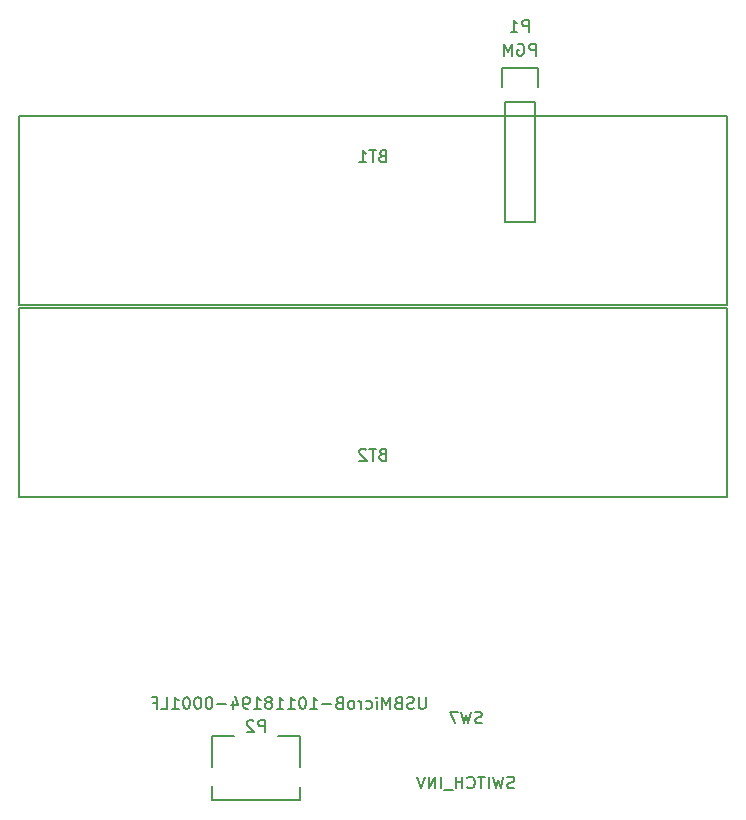
<source format=gbo>
G04 #@! TF.FileFunction,Legend,Bot*
%FSLAX46Y46*%
G04 Gerber Fmt 4.6, Leading zero omitted, Abs format (unit mm)*
G04 Created by KiCad (PCBNEW 4.0.2+dfsg1-stable) date Sun 09 Sep 2018 01:37:12 AM EDT*
%MOMM*%
G01*
G04 APERTURE LIST*
%ADD10C,0.100000*%
%ADD11C,0.150000*%
G04 APERTURE END LIST*
D10*
D11*
X100610000Y-37060000D02*
X100610000Y-35510000D01*
X100610000Y-35510000D02*
X97510000Y-35510000D01*
X97510000Y-35510000D02*
X97510000Y-37060000D01*
X97790000Y-38330000D02*
X97790000Y-48490000D01*
X97790000Y-48490000D02*
X100330000Y-48490000D01*
X100330000Y-48490000D02*
X100330000Y-38330000D01*
X97790000Y-38330000D02*
X100330000Y-38330000D01*
X74858000Y-92060000D02*
X72958000Y-92060000D01*
X72958000Y-92060000D02*
X72958000Y-94610000D01*
X80458000Y-94610000D02*
X80458000Y-92060000D01*
X80458000Y-92060000D02*
X78558000Y-92060000D01*
X72958000Y-97410000D02*
X72958000Y-96260000D01*
X80458000Y-97410000D02*
X80458000Y-96360000D01*
X79058000Y-97410000D02*
X80458000Y-97410000D01*
X74358000Y-97410000D02*
X72958000Y-97410000D01*
X79058000Y-97410000D02*
X74358000Y-97410000D01*
X56614000Y-39498000D02*
X116614000Y-39498000D01*
X116614000Y-39498000D02*
X116614000Y-55498000D01*
X116614000Y-55498000D02*
X56614000Y-55498000D01*
X56614000Y-55498000D02*
X56614000Y-39498000D01*
X116614000Y-71754000D02*
X56614000Y-71754000D01*
X56614000Y-71754000D02*
X56614000Y-55754000D01*
X56614000Y-55754000D02*
X116614000Y-55754000D01*
X116614000Y-55754000D02*
X116614000Y-71754000D01*
X99798095Y-32412381D02*
X99798095Y-31412381D01*
X99417142Y-31412381D01*
X99321904Y-31460000D01*
X99274285Y-31507619D01*
X99226666Y-31602857D01*
X99226666Y-31745714D01*
X99274285Y-31840952D01*
X99321904Y-31888571D01*
X99417142Y-31936190D01*
X99798095Y-31936190D01*
X98274285Y-32412381D02*
X98845714Y-32412381D01*
X98560000Y-32412381D02*
X98560000Y-31412381D01*
X98655238Y-31555238D01*
X98750476Y-31650476D01*
X98845714Y-31698095D01*
X100393333Y-34412381D02*
X100393333Y-33412381D01*
X100012380Y-33412381D01*
X99917142Y-33460000D01*
X99869523Y-33507619D01*
X99821904Y-33602857D01*
X99821904Y-33745714D01*
X99869523Y-33840952D01*
X99917142Y-33888571D01*
X100012380Y-33936190D01*
X100393333Y-33936190D01*
X98869523Y-33460000D02*
X98964761Y-33412381D01*
X99107618Y-33412381D01*
X99250476Y-33460000D01*
X99345714Y-33555238D01*
X99393333Y-33650476D01*
X99440952Y-33840952D01*
X99440952Y-33983810D01*
X99393333Y-34174286D01*
X99345714Y-34269524D01*
X99250476Y-34364762D01*
X99107618Y-34412381D01*
X99012380Y-34412381D01*
X98869523Y-34364762D01*
X98821904Y-34317143D01*
X98821904Y-33983810D01*
X99012380Y-33983810D01*
X98393333Y-34412381D02*
X98393333Y-33412381D01*
X98059999Y-34126667D01*
X97726666Y-33412381D01*
X97726666Y-34412381D01*
X77448635Y-91689161D02*
X77448635Y-90689161D01*
X77067682Y-90689161D01*
X76972444Y-90736780D01*
X76924825Y-90784399D01*
X76877206Y-90879637D01*
X76877206Y-91022494D01*
X76924825Y-91117732D01*
X76972444Y-91165351D01*
X77067682Y-91212970D01*
X77448635Y-91212970D01*
X76496254Y-90784399D02*
X76448635Y-90736780D01*
X76353397Y-90689161D01*
X76115301Y-90689161D01*
X76020063Y-90736780D01*
X75972444Y-90784399D01*
X75924825Y-90879637D01*
X75924825Y-90974875D01*
X75972444Y-91117732D01*
X76543873Y-91689161D01*
X75924825Y-91689161D01*
X91067619Y-88722381D02*
X91067619Y-89531905D01*
X91020000Y-89627143D01*
X90972381Y-89674762D01*
X90877143Y-89722381D01*
X90686666Y-89722381D01*
X90591428Y-89674762D01*
X90543809Y-89627143D01*
X90496190Y-89531905D01*
X90496190Y-88722381D01*
X90067619Y-89674762D02*
X89924762Y-89722381D01*
X89686666Y-89722381D01*
X89591428Y-89674762D01*
X89543809Y-89627143D01*
X89496190Y-89531905D01*
X89496190Y-89436667D01*
X89543809Y-89341429D01*
X89591428Y-89293810D01*
X89686666Y-89246190D01*
X89877143Y-89198571D01*
X89972381Y-89150952D01*
X90020000Y-89103333D01*
X90067619Y-89008095D01*
X90067619Y-88912857D01*
X90020000Y-88817619D01*
X89972381Y-88770000D01*
X89877143Y-88722381D01*
X89639047Y-88722381D01*
X89496190Y-88770000D01*
X88734285Y-89198571D02*
X88591428Y-89246190D01*
X88543809Y-89293810D01*
X88496190Y-89389048D01*
X88496190Y-89531905D01*
X88543809Y-89627143D01*
X88591428Y-89674762D01*
X88686666Y-89722381D01*
X89067619Y-89722381D01*
X89067619Y-88722381D01*
X88734285Y-88722381D01*
X88639047Y-88770000D01*
X88591428Y-88817619D01*
X88543809Y-88912857D01*
X88543809Y-89008095D01*
X88591428Y-89103333D01*
X88639047Y-89150952D01*
X88734285Y-89198571D01*
X89067619Y-89198571D01*
X88067619Y-89722381D02*
X88067619Y-88722381D01*
X87734285Y-89436667D01*
X87400952Y-88722381D01*
X87400952Y-89722381D01*
X86924762Y-89722381D02*
X86924762Y-89055714D01*
X86924762Y-88722381D02*
X86972381Y-88770000D01*
X86924762Y-88817619D01*
X86877143Y-88770000D01*
X86924762Y-88722381D01*
X86924762Y-88817619D01*
X86020000Y-89674762D02*
X86115238Y-89722381D01*
X86305715Y-89722381D01*
X86400953Y-89674762D01*
X86448572Y-89627143D01*
X86496191Y-89531905D01*
X86496191Y-89246190D01*
X86448572Y-89150952D01*
X86400953Y-89103333D01*
X86305715Y-89055714D01*
X86115238Y-89055714D01*
X86020000Y-89103333D01*
X85591429Y-89722381D02*
X85591429Y-89055714D01*
X85591429Y-89246190D02*
X85543810Y-89150952D01*
X85496191Y-89103333D01*
X85400953Y-89055714D01*
X85305714Y-89055714D01*
X84829524Y-89722381D02*
X84924762Y-89674762D01*
X84972381Y-89627143D01*
X85020000Y-89531905D01*
X85020000Y-89246190D01*
X84972381Y-89150952D01*
X84924762Y-89103333D01*
X84829524Y-89055714D01*
X84686666Y-89055714D01*
X84591428Y-89103333D01*
X84543809Y-89150952D01*
X84496190Y-89246190D01*
X84496190Y-89531905D01*
X84543809Y-89627143D01*
X84591428Y-89674762D01*
X84686666Y-89722381D01*
X84829524Y-89722381D01*
X83734285Y-89198571D02*
X83591428Y-89246190D01*
X83543809Y-89293810D01*
X83496190Y-89389048D01*
X83496190Y-89531905D01*
X83543809Y-89627143D01*
X83591428Y-89674762D01*
X83686666Y-89722381D01*
X84067619Y-89722381D01*
X84067619Y-88722381D01*
X83734285Y-88722381D01*
X83639047Y-88770000D01*
X83591428Y-88817619D01*
X83543809Y-88912857D01*
X83543809Y-89008095D01*
X83591428Y-89103333D01*
X83639047Y-89150952D01*
X83734285Y-89198571D01*
X84067619Y-89198571D01*
X83067619Y-89341429D02*
X82305714Y-89341429D01*
X81305714Y-89722381D02*
X81877143Y-89722381D01*
X81591429Y-89722381D02*
X81591429Y-88722381D01*
X81686667Y-88865238D01*
X81781905Y-88960476D01*
X81877143Y-89008095D01*
X80686667Y-88722381D02*
X80591428Y-88722381D01*
X80496190Y-88770000D01*
X80448571Y-88817619D01*
X80400952Y-88912857D01*
X80353333Y-89103333D01*
X80353333Y-89341429D01*
X80400952Y-89531905D01*
X80448571Y-89627143D01*
X80496190Y-89674762D01*
X80591428Y-89722381D01*
X80686667Y-89722381D01*
X80781905Y-89674762D01*
X80829524Y-89627143D01*
X80877143Y-89531905D01*
X80924762Y-89341429D01*
X80924762Y-89103333D01*
X80877143Y-88912857D01*
X80829524Y-88817619D01*
X80781905Y-88770000D01*
X80686667Y-88722381D01*
X79400952Y-89722381D02*
X79972381Y-89722381D01*
X79686667Y-89722381D02*
X79686667Y-88722381D01*
X79781905Y-88865238D01*
X79877143Y-88960476D01*
X79972381Y-89008095D01*
X78448571Y-89722381D02*
X79020000Y-89722381D01*
X78734286Y-89722381D02*
X78734286Y-88722381D01*
X78829524Y-88865238D01*
X78924762Y-88960476D01*
X79020000Y-89008095D01*
X77877143Y-89150952D02*
X77972381Y-89103333D01*
X78020000Y-89055714D01*
X78067619Y-88960476D01*
X78067619Y-88912857D01*
X78020000Y-88817619D01*
X77972381Y-88770000D01*
X77877143Y-88722381D01*
X77686666Y-88722381D01*
X77591428Y-88770000D01*
X77543809Y-88817619D01*
X77496190Y-88912857D01*
X77496190Y-88960476D01*
X77543809Y-89055714D01*
X77591428Y-89103333D01*
X77686666Y-89150952D01*
X77877143Y-89150952D01*
X77972381Y-89198571D01*
X78020000Y-89246190D01*
X78067619Y-89341429D01*
X78067619Y-89531905D01*
X78020000Y-89627143D01*
X77972381Y-89674762D01*
X77877143Y-89722381D01*
X77686666Y-89722381D01*
X77591428Y-89674762D01*
X77543809Y-89627143D01*
X77496190Y-89531905D01*
X77496190Y-89341429D01*
X77543809Y-89246190D01*
X77591428Y-89198571D01*
X77686666Y-89150952D01*
X76543809Y-89722381D02*
X77115238Y-89722381D01*
X76829524Y-89722381D02*
X76829524Y-88722381D01*
X76924762Y-88865238D01*
X77020000Y-88960476D01*
X77115238Y-89008095D01*
X76067619Y-89722381D02*
X75877143Y-89722381D01*
X75781904Y-89674762D01*
X75734285Y-89627143D01*
X75639047Y-89484286D01*
X75591428Y-89293810D01*
X75591428Y-88912857D01*
X75639047Y-88817619D01*
X75686666Y-88770000D01*
X75781904Y-88722381D01*
X75972381Y-88722381D01*
X76067619Y-88770000D01*
X76115238Y-88817619D01*
X76162857Y-88912857D01*
X76162857Y-89150952D01*
X76115238Y-89246190D01*
X76067619Y-89293810D01*
X75972381Y-89341429D01*
X75781904Y-89341429D01*
X75686666Y-89293810D01*
X75639047Y-89246190D01*
X75591428Y-89150952D01*
X74734285Y-89055714D02*
X74734285Y-89722381D01*
X74972381Y-88674762D02*
X75210476Y-89389048D01*
X74591428Y-89389048D01*
X74210476Y-89341429D02*
X73448571Y-89341429D01*
X72781905Y-88722381D02*
X72686666Y-88722381D01*
X72591428Y-88770000D01*
X72543809Y-88817619D01*
X72496190Y-88912857D01*
X72448571Y-89103333D01*
X72448571Y-89341429D01*
X72496190Y-89531905D01*
X72543809Y-89627143D01*
X72591428Y-89674762D01*
X72686666Y-89722381D01*
X72781905Y-89722381D01*
X72877143Y-89674762D01*
X72924762Y-89627143D01*
X72972381Y-89531905D01*
X73020000Y-89341429D01*
X73020000Y-89103333D01*
X72972381Y-88912857D01*
X72924762Y-88817619D01*
X72877143Y-88770000D01*
X72781905Y-88722381D01*
X71829524Y-88722381D02*
X71734285Y-88722381D01*
X71639047Y-88770000D01*
X71591428Y-88817619D01*
X71543809Y-88912857D01*
X71496190Y-89103333D01*
X71496190Y-89341429D01*
X71543809Y-89531905D01*
X71591428Y-89627143D01*
X71639047Y-89674762D01*
X71734285Y-89722381D01*
X71829524Y-89722381D01*
X71924762Y-89674762D01*
X71972381Y-89627143D01*
X72020000Y-89531905D01*
X72067619Y-89341429D01*
X72067619Y-89103333D01*
X72020000Y-88912857D01*
X71972381Y-88817619D01*
X71924762Y-88770000D01*
X71829524Y-88722381D01*
X70877143Y-88722381D02*
X70781904Y-88722381D01*
X70686666Y-88770000D01*
X70639047Y-88817619D01*
X70591428Y-88912857D01*
X70543809Y-89103333D01*
X70543809Y-89341429D01*
X70591428Y-89531905D01*
X70639047Y-89627143D01*
X70686666Y-89674762D01*
X70781904Y-89722381D01*
X70877143Y-89722381D01*
X70972381Y-89674762D01*
X71020000Y-89627143D01*
X71067619Y-89531905D01*
X71115238Y-89341429D01*
X71115238Y-89103333D01*
X71067619Y-88912857D01*
X71020000Y-88817619D01*
X70972381Y-88770000D01*
X70877143Y-88722381D01*
X69591428Y-89722381D02*
X70162857Y-89722381D01*
X69877143Y-89722381D02*
X69877143Y-88722381D01*
X69972381Y-88865238D01*
X70067619Y-88960476D01*
X70162857Y-89008095D01*
X68686666Y-89722381D02*
X69162857Y-89722381D01*
X69162857Y-88722381D01*
X68019999Y-89198571D02*
X68353333Y-89198571D01*
X68353333Y-89722381D02*
X68353333Y-88722381D01*
X67877142Y-88722381D01*
X95821333Y-90914762D02*
X95678476Y-90962381D01*
X95440380Y-90962381D01*
X95345142Y-90914762D01*
X95297523Y-90867143D01*
X95249904Y-90771905D01*
X95249904Y-90676667D01*
X95297523Y-90581429D01*
X95345142Y-90533810D01*
X95440380Y-90486190D01*
X95630857Y-90438571D01*
X95726095Y-90390952D01*
X95773714Y-90343333D01*
X95821333Y-90248095D01*
X95821333Y-90152857D01*
X95773714Y-90057619D01*
X95726095Y-90010000D01*
X95630857Y-89962381D01*
X95392761Y-89962381D01*
X95249904Y-90010000D01*
X94916571Y-89962381D02*
X94678476Y-90962381D01*
X94487999Y-90248095D01*
X94297523Y-90962381D01*
X94059428Y-89962381D01*
X93773714Y-89962381D02*
X93107047Y-89962381D01*
X93535619Y-90962381D01*
X98559428Y-96414762D02*
X98416571Y-96462381D01*
X98178475Y-96462381D01*
X98083237Y-96414762D01*
X98035618Y-96367143D01*
X97987999Y-96271905D01*
X97987999Y-96176667D01*
X98035618Y-96081429D01*
X98083237Y-96033810D01*
X98178475Y-95986190D01*
X98368952Y-95938571D01*
X98464190Y-95890952D01*
X98511809Y-95843333D01*
X98559428Y-95748095D01*
X98559428Y-95652857D01*
X98511809Y-95557619D01*
X98464190Y-95510000D01*
X98368952Y-95462381D01*
X98130856Y-95462381D01*
X97987999Y-95510000D01*
X97654666Y-95462381D02*
X97416571Y-96462381D01*
X97226094Y-95748095D01*
X97035618Y-96462381D01*
X96797523Y-95462381D01*
X96416571Y-96462381D02*
X96416571Y-95462381D01*
X96083238Y-95462381D02*
X95511809Y-95462381D01*
X95797524Y-96462381D02*
X95797524Y-95462381D01*
X94607047Y-96367143D02*
X94654666Y-96414762D01*
X94797523Y-96462381D01*
X94892761Y-96462381D01*
X95035619Y-96414762D01*
X95130857Y-96319524D01*
X95178476Y-96224286D01*
X95226095Y-96033810D01*
X95226095Y-95890952D01*
X95178476Y-95700476D01*
X95130857Y-95605238D01*
X95035619Y-95510000D01*
X94892761Y-95462381D01*
X94797523Y-95462381D01*
X94654666Y-95510000D01*
X94607047Y-95557619D01*
X94178476Y-96462381D02*
X94178476Y-95462381D01*
X94178476Y-95938571D02*
X93607047Y-95938571D01*
X93607047Y-96462381D02*
X93607047Y-95462381D01*
X93368952Y-96557619D02*
X92607047Y-96557619D01*
X92368952Y-96462381D02*
X92368952Y-95462381D01*
X91892762Y-96462381D02*
X91892762Y-95462381D01*
X91321333Y-96462381D01*
X91321333Y-95462381D01*
X90988000Y-95462381D02*
X90654667Y-96462381D01*
X90321333Y-95462381D01*
X87399714Y-42926571D02*
X87256857Y-42974190D01*
X87209238Y-43021810D01*
X87161619Y-43117048D01*
X87161619Y-43259905D01*
X87209238Y-43355143D01*
X87256857Y-43402762D01*
X87352095Y-43450381D01*
X87733048Y-43450381D01*
X87733048Y-42450381D01*
X87399714Y-42450381D01*
X87304476Y-42498000D01*
X87256857Y-42545619D01*
X87209238Y-42640857D01*
X87209238Y-42736095D01*
X87256857Y-42831333D01*
X87304476Y-42878952D01*
X87399714Y-42926571D01*
X87733048Y-42926571D01*
X86875905Y-42450381D02*
X86304476Y-42450381D01*
X86590191Y-43450381D02*
X86590191Y-42450381D01*
X85447333Y-43450381D02*
X86018762Y-43450381D01*
X85733048Y-43450381D02*
X85733048Y-42450381D01*
X85828286Y-42593238D01*
X85923524Y-42688476D01*
X86018762Y-42736095D01*
X87399714Y-68182571D02*
X87256857Y-68230190D01*
X87209238Y-68277810D01*
X87161619Y-68373048D01*
X87161619Y-68515905D01*
X87209238Y-68611143D01*
X87256857Y-68658762D01*
X87352095Y-68706381D01*
X87733048Y-68706381D01*
X87733048Y-67706381D01*
X87399714Y-67706381D01*
X87304476Y-67754000D01*
X87256857Y-67801619D01*
X87209238Y-67896857D01*
X87209238Y-67992095D01*
X87256857Y-68087333D01*
X87304476Y-68134952D01*
X87399714Y-68182571D01*
X87733048Y-68182571D01*
X86875905Y-67706381D02*
X86304476Y-67706381D01*
X86590191Y-68706381D02*
X86590191Y-67706381D01*
X86018762Y-67801619D02*
X85971143Y-67754000D01*
X85875905Y-67706381D01*
X85637809Y-67706381D01*
X85542571Y-67754000D01*
X85494952Y-67801619D01*
X85447333Y-67896857D01*
X85447333Y-67992095D01*
X85494952Y-68134952D01*
X86066381Y-68706381D01*
X85447333Y-68706381D01*
M02*

</source>
